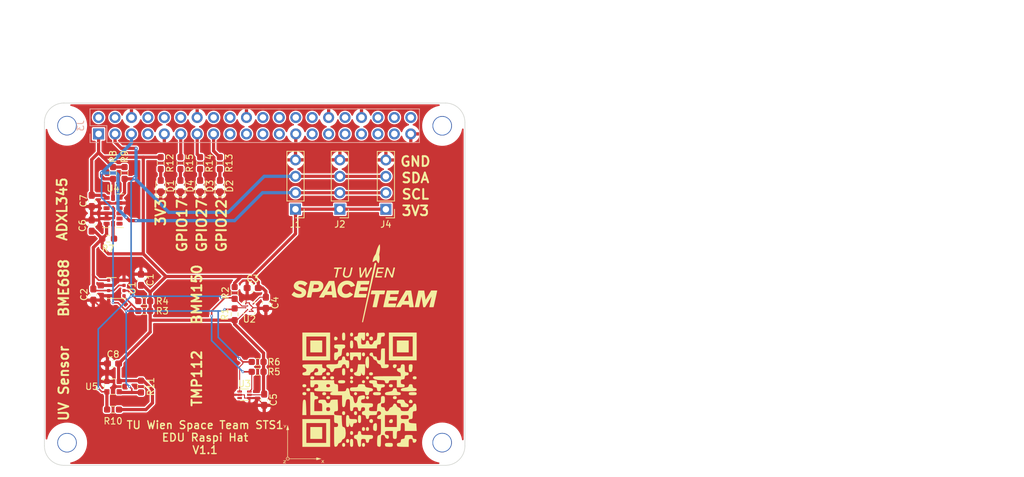
<source format=kicad_pcb>
(kicad_pcb (version 20211014) (generator pcbnew)
  (layers (0 "F.Cu" signal) (1 "In1.Cu" signal) (2 "In2.Cu" signal) (31 "B.Cu" signal) (34 "B.Paste" user) (35 "F.Paste" user) (36 "B.SilkS" user "B.Silkscreen") (37 "F.SilkS" user "F.Silkscreen") (38 "B.Mask" user) (39 "F.Mask" user) (44 "Edge.Cuts" user))
  (net 0 "")
  (net 1 "GND")
  (net 2 "3V3")
  (net 7 "Net-(D1-Pad2)")
  (net 9 "Net-(D2-Pad2)")
  (net 10 "Net-(D3-Pad2)")
  (net 29 "CM_SDA0")
  (net 31 "CM_SCL0")
  (net 34 "Net-(R7-Pad2)")
  (net 40 "Net-(D4-Pad2)")
  (net 41 "GPIO22")
  (net 42 "GPIO27")
  (net 43 "GPIO17")
  (footprint "project_footprints:NPTH_3mm_ID" (layer "F.Cu") (at 82.04 64.31)
    (fp_text reference "H1" (at 0.06 0.09) (layer "F.SilkS"))
    (fp_text value "3mm_Mounting_Hole" hide)
    (pad "" np_thru_hole circle locked (at 0 0) (size 3 3) (drill 2.75) (layers *.Cu *.Mask) (clearance 1.6))
  )
  (footprint "project_footprints:NPTH_3mm_ID" (layer "F.Cu") (at 140.04 64.33)
    (fp_text reference "H2" (at 0.06 0.09) (layer "F.SilkS"))
    (fp_text value "3mm_Mounting_Hole" hide)
    (pad "" np_thru_hole circle locked (at 0 0) (size 3 3) (drill 2.75) (layers *.Cu *.Mask) (clearance 1.6))
  )
  (footprint "project_footprints:NPTH_3mm_ID" (layer "F.Cu") (at 82.04 113.32)
    (fp_text reference "H3" (at 0.06 0.09) (layer "F.SilkS"))
    (fp_text value "3mm_Mounting_Hole" hide)
    (pad "" np_thru_hole circle locked (at 0 0) (size 3 3) (drill 2.75) (layers *.Cu *.Mask) (clearance 1.6))
  )
  (footprint "project_footprints:NPTH_3mm_ID" (layer "F.Cu") (at 140.03 113.31)
    (fp_text reference "H4" (at 0.06 0.09) (layer "F.SilkS"))
    (fp_text value "3mm_Mounting_Hole" hide)
    (pad "" np_thru_hole circle locked (at 0 0) (size 3 3) (drill 2.75) (layers *.Cu *.Mask) (clearance 1.6))
  )
  (footprint "Resistor_SMD:R_0603_1608Metric_Pad0.98x0.95mm_HandSolder" (layer "F.Cu") (at 107.95 93.472 -90)
    (fp_text reference "R1" (at 0 1.524 90) (layer "F.SilkS"))
    (fp_text value "4k7")
    (pad "1" smd roundrect (at -0.9125 0 270) (size 0.975 0.95) (layers "F.Cu" "F.Paste" "F.Mask") (net 31 "CM_SCL0"))
    (pad "2" smd roundrect (at 0.9125 0 270) (size 0.975 0.95) (layers "F.Cu" "F.Paste" "F.Mask") (net 2 "3V3"))
  )
  (footprint "Resistor_SMD:R_0603_1608Metric_Pad0.98x0.95mm_HandSolder" (layer "F.Cu") (at 96.52 70.104 -90)
    (fp_text reference "R12" (at 0 -1.43 90) (layer "F.SilkS"))
    (fp_text value "1k")
    (pad "1" smd roundrect (at -0.9125 0 270) (size 0.975 0.95) (layers "F.Cu" "F.Paste" "F.Mask") (net 2 "3V3"))
    (pad "2" smd roundrect (at 0.9125 0 270) (size 0.975 0.95) (layers "F.Cu" "F.Paste" "F.Mask") (net 7 "Net-(D1-Pad2)"))
  )
  (footprint "Resistor_SMD:R_0603_1608Metric_Pad0.98x0.95mm_HandSolder" (layer "F.Cu") (at 111.506 102.362)
    (fp_text reference "R5" (at 2.54 0) (layer "F.SilkS"))
    (fp_text value "5k")
    (pad "1" smd roundrect (at -0.9125 0) (size 0.975 0.95) (layers "F.Cu" "F.Paste" "F.Mask") (net 29 "CM_SDA0"))
    (pad "2" smd roundrect (at 0.9125 0) (size 0.975 0.95) (layers "F.Cu" "F.Paste" "F.Mask") (net 2 "3V3"))
  )
  (footprint "LED_SMD:LED_0603_1608Metric_Pad1.05x0.95mm_HandSolder" (layer "F.Cu") (at 102.616 73.66 90)
    (fp_text reference "D3" (at 0 1.524 90) (layer "F.SilkS"))
    (fp_text value "LED")
    (pad "1" smd roundrect (at -0.875 0 90) (size 1.05 0.95) (layers "F.Cu" "F.Paste" "F.Mask") (net 1 "GND"))
    (pad "2" smd roundrect (at 0.875 0 90) (size 1.05 0.95) (layers "F.Cu" "F.Paste" "F.Mask") (net 10 "Net-(D3-Pad2)"))
  )
  (footprint "Package_LGA:Bosch_LGA-8_3x3mm_P0.8mm_ClockwisePinNumbering" (layer "F.Cu") (at 89.662 89.408 -90)
    (fp_text reference "U1" (at 0 -2.45 90) (layer "F.SilkS"))
    (fp_text value "BME688")
    (pad "1" smd roundrect (at -1.2 -1.1875 270) (size 0.5 0.525) (layers "F.Cu" "F.Paste" "F.Mask") (net 1 "GND"))
    (pad "2" smd roundrect (at -0.4 -1.1875 270) (size 0.5 0.525) (layers "F.Cu" "F.Paste" "F.Mask") (net 2 "3V3"))
    (pad "3" smd roundrect (at 0.4 -1.1875 270) (size 0.5 0.525) (layers "F.Cu" "F.Paste" "F.Mask") (net 29 "CM_SDA0"))
    (pad "4" smd roundrect (at 1.2 -1.1875 270) (size 0.5 0.525) (layers "F.Cu" "F.Paste" "F.Mask") (net 31 "CM_SCL0"))
    (pad "5" smd roundrect (at 1.2 1.1875 270) (size 0.5 0.525) (layers "F.Cu" "F.Paste" "F.Mask") (net 1 "GND"))
    (pad "6" smd roundrect (at 0.4 1.1875 270) (size 0.5 0.525) (layers "F.Cu" "F.Paste" "F.Mask") (net 2 "3V3"))
    (pad "7" smd roundrect (at -0.4 1.1875 270) (size 0.5 0.525) (layers "F.Cu" "F.Paste" "F.Mask") (net 1 "GND"))
    (pad "8" smd roundrect (at -1.2 1.1875 270) (size 0.5 0.525) (layers "F.Cu" "F.Paste" "F.Mask") (net 2 "3V3"))
  )
  (footprint "Capacitor_SMD:C_0603_1608Metric_Pad1.08x0.95mm_HandSolder" (layer "F.Cu") (at 85.852 79.756 90)
    (fp_text reference "C6" (at 0 -1.43 90) (layer "F.SilkS"))
    (fp_text value "0.1µF")
    (pad "1" smd roundrect (at -0.8625 0 90) (size 1.075 0.95) (layers "F.Cu" "F.Paste" "F.Mask") (net 2 "3V3"))
    (pad "2" smd roundrect (at 0.8625 0 90) (size 1.075 0.95) (layers "F.Cu" "F.Paste" "F.Mask") (net 1 "GND"))
  )
  (footprint "LED_SMD:LED_0603_1608Metric_Pad1.05x0.95mm_HandSolder" (layer "F.Cu") (at 105.664 73.66 90)
    (fp_text reference "D2" (at 0 1.524 90) (layer "F.SilkS"))
    (fp_text value "LED")
    (pad "1" smd roundrect (at -0.875 0 90) (size 1.05 0.95) (layers "F.Cu" "F.Paste" "F.Mask") (net 1 "GND"))
    (pad "2" smd roundrect (at 0.875 0 90) (size 1.05 0.95) (layers "F.Cu" "F.Paste" "F.Mask") (net 9 "Net-(D2-Pad2)"))
  )
  (footprint "Resistor_SMD:R_0603_1608Metric_Pad0.98x0.95mm_HandSolder" (layer "F.Cu") (at 102.616 70.104 -90)
    (fp_text reference "R14" (at 0 -1.43 90) (layer "F.SilkS"))
    (fp_text value "1k")
    (pad "1" smd roundrect (at -0.9125 0 270) (size 0.975 0.95) (layers "F.Cu" "F.Paste" "F.Mask") (net 42 "GPIO27"))
    (pad "2" smd roundrect (at 0.9125 0 270) (size 0.975 0.95) (layers "F.Cu" "F.Paste" "F.Mask") (net 10 "Net-(D3-Pad2)"))
  )
  (footprint "project_footprints:Logo_mod" (layer "F.Cu") (at 128.016 88.646)
    (fp_text reference "G***" hide)
    (fp_text value "LOGO" hide)
  )
  (footprint "Connector_PinHeader_2.54mm:PinHeader_1x04_P2.54mm_Vertical" (layer "F.Cu") (at 117.358 77.226 180)
    (fp_text reference "J1" (at 0 -2.33) (layer "F.SilkS"))
    (fp_text value "Conn_01x04")
    (pad "1" thru_hole rect (at 0 0 180) (size 1.7 1.7) (drill 1) (layers *.Cu *.Mask) (net 2 "3V3"))
    (pad "2" thru_hole oval (at 0 2.54 180) (size 1.7 1.7) (drill 1) (layers *.Cu *.Mask) (net 31 "CM_SCL0"))
    (pad "3" thru_hole oval (at 0 5.08 180) (size 1.7 1.7) (drill 1) (layers *.Cu *.Mask) (net 29 "CM_SDA0"))
    (pad "4" thru_hole oval (at 0 7.62 180) (size 1.7 1.7) (drill 1) (layers *.Cu *.Mask) (net 1 "GND"))
  )
  (footprint "Resistor_SMD:R_0603_1608Metric_Pad0.98x0.95mm_HandSolder" (layer "F.Cu") (at 89.154 108.204)
    (fp_text reference "R10" (at 0 1.778) (layer "F.SilkS"))
    (fp_text value "4k7")
    (pad "1" smd roundrect (at -0.9125 0) (size 0.975 0.95) (layers "F.Cu" "F.Paste" "F.Mask") (net 29 "CM_SDA0"))
    (pad "2" smd roundrect (at 0.9125 0) (size 0.975 0.95) (layers "F.Cu" "F.Paste" "F.Mask") (net 2 "3V3"))
  )
  (footprint "Resistor_SMD:R_0603_1608Metric_Pad0.98x0.95mm_HandSolder" (layer "F.Cu") (at 93.98 91.44)
    (fp_text reference "R4" (at 2.794 0) (layer "F.SilkS"))
    (fp_text value "5k")
    (pad "1" smd roundrect (at -0.9125 0) (size 0.975 0.95) (layers "F.Cu" "F.Paste" "F.Mask") (net 29 "CM_SDA0"))
    (pad "2" smd roundrect (at 0.9125 0) (size 0.975 0.95) (layers "F.Cu" "F.Paste" "F.Mask") (net 2 "3V3"))
  )
  (footprint "Capacitor_SMD:C_0603_1608Metric_Pad1.08x0.95mm_HandSolder" (layer "F.Cu") (at 89.154 101.092)
    (fp_text reference "C8" (at 0 -1.43) (layer "F.SilkS"))
    (fp_text value "1uF")
    (pad "1" smd roundrect (at -0.8625 0) (size 1.075 0.95) (layers "F.Cu" "F.Paste" "F.Mask") (net 1 "GND"))
    (pad "2" smd roundrect (at 0.8625 0) (size 1.075 0.95) (layers "F.Cu" "F.Paste" "F.Mask") (net 2 "3V3"))
  )
  (footprint "Resistor_SMD:R_0603_1608Metric_Pad0.98x0.95mm_HandSolder" (layer "F.Cu") (at 99.568 70.104 -90)
    (fp_text reference "R15" (at 0 -1.43 90) (layer "F.SilkS"))
    (fp_text value "1k")
    (pad "1" smd roundrect (at -0.9125 0 270) (size 0.975 0.95) (layers "F.Cu" "F.Paste" "F.Mask") (net 43 "GPIO17"))
    (pad "2" smd roundrect (at 0.9125 0 270) (size 0.975 0.95) (layers "F.Cu" "F.Paste" "F.Mask") (net 40 "Net-(D4-Pad2)"))
  )
  (footprint "Package_LGA:LGA-14_3x5mm_P0.8mm_LayoutBorder1x6y" (layer "F.Cu") (at 89.154 77.47)
    (fp_text reference "U4" (at 0 -3.45) (layer "F.SilkS"))
    (fp_text value "ADXL345BCCZ-RL")
    (pad "1" smd roundrect (at -1 -2) (size 0.95 0.6) (layers "F.Cu" "F.Paste" "F.Mask") (net 2 "3V3"))
    (pad "2" smd roundrect (at -1 -1.2) (size 0.95 0.6) (layers "F.Cu" "F.Paste" "F.Mask") (net 1 "GND"))
    (pad "3" smd roundrect (at -1 -0.4) (size 0.95 0.6) (layers "F.Cu" "F.Paste" "F.Mask"))
    (pad "4" smd roundrect (at -1 0.4) (size 0.95 0.6) (layers "F.Cu" "F.Paste" "F.Mask") (net 1 "GND"))
    (pad "5" smd roundrect (at -1 1.2) (size 0.95 0.6) (layers "F.Cu" "F.Paste" "F.Mask") (net 1 "GND"))
    (pad "6" smd roundrect (at -1 2) (size 0.95 0.6) (layers "F.Cu" "F.Paste" "F.Mask") (net 2 "3V3"))
    (pad "7" smd roundrect (at 0 2) (size 0.6 0.95) (layers "F.Cu" "F.Paste" "F.Mask") (net 34 "Net-(R7-Pad2)"))
    (pad "8" smd roundrect (at 1 2) (size 0.95 0.6) (layers "F.Cu" "F.Paste" "F.Mask"))
    (pad "9" smd roundrect (at 1 1.2) (size 0.95 0.6) (layers "F.Cu" "F.Paste" "F.Mask"))
    (pad "10" smd roundrect (at 1 0.4) (size 0.95 0.6) (layers "F.Cu" "F.Paste" "F.Mask"))
    (pad "11" smd roundrect (at 1 -0.4) (size 0.95 0.6) (layers "F.Cu" "F.Paste" "F.Mask"))
    (pad "12" smd roundrect (at 1 -1.2) (size 0.95 0.6) (layers "F.Cu" "F.Paste" "F.Mask") (net 1 "GND"))
    (pad "13" smd roundrect (at 1 -2) (size 0.95 0.6) (layers "F.Cu" "F.Paste" "F.Mask") (net 29 "CM_SDA0"))
    (pad "14" smd roundrect (at 0 -2) (size 0.6 0.95) (layers "F.Cu" "F.Paste" "F.Mask") (net 31 "CM_SCL0"))
  )
  (footprint "Capacitor_SMD:C_0603_1608Metric_Pad1.08x0.95mm_HandSolder" (layer "F.Cu") (at 85.852 75.946 -90)
    (fp_text reference "C7" (at 0 1.27 90) (layer "F.SilkS"))
    (fp_text value "1µF")
    (pad "1" smd roundrect (at -0.8625 0 270) (size 1.075 0.95) (layers "F.Cu" "F.Paste" "F.Mask") (net 2 "3V3"))
    (pad "2" smd roundrect (at 0.8625 0 270) (size 1.075 0.95) (layers "F.Cu" "F.Paste" "F.Mask") (net 1 "GND"))
  )
  (footprint "Resistor_SMD:R_0603_1608Metric_Pad0.98x0.95mm_HandSolder" (layer "F.Cu") (at 88.392 81.788)
    (fp_text reference "R7" (at 0 1.524) (layer "F.SilkS"))
    (fp_text value "5k")
    (pad "1" smd roundrect (at -0.9125 0) (size 0.975 0.95) (layers "F.Cu" "F.Paste" "F.Mask") (net 2 "3V3"))
    (pad "2" smd roundrect (at 0.9125 0) (size 0.975 0.95) (layers "F.Cu" "F.Paste" "F.Mask") (net 34 "Net-(R7-Pad2)"))
  )
  (footprint "Resistor_SMD:R_0603_1608Metric_Pad0.98x0.95mm_HandSolder" (layer "F.Cu") (at 107.95 90.17 90)
    (fp_text reference "R2" (at 0 -1.43 90) (layer "F.SilkS"))
    (fp_text value "4k7")
    (pad "1" smd roundrect (at -0.9125 0 90) (size 0.975 0.95) (layers "F.Cu" "F.Paste" "F.Mask") (net 29 "CM_SDA0"))
    (pad "2" smd roundrect (at 0.9125 0 90) (size 0.975 0.95) (layers "F.Cu" "F.Paste" "F.Mask") (net 2 "3V3"))
  )
  (footprint "Package_TO_SOT_SMD:SOT-563" (layer "F.Cu") (at 109.474 105.918)
    (fp_text reference "U3" (at 0 -1.7) (layer "F.SilkS"))
    (fp_text value "TMP112AIDRLT")
    (pad "1" smd rect (at -0.75 -0.5) (size 0.7 0.34) (layers "F.Cu" "F.Paste" "F.Mask") (net 31 "CM_SCL0"))
    (pad "2" smd rect (at -0.75 0) (size 0.7 0.34) (layers "F.Cu" "F.Paste" "F.Mask") (net 1 "GND"))
    (pad "3" smd rect (at -0.75 0.5) (size 0.7 0.34) (layers "F.Cu" "F.Paste" "F.Mask"))
    (pad "4" smd rect (at 0.75 0.5) (size 0.7 0.34) (layers "F.Cu" "F.Paste" "F.Mask") (net 1 "GND"))
    (pad "5" smd rect (at 0.75 0) (size 0.7 0.34) (layers "F.Cu" "F.Paste" "F.Mask") (net 2 "3V3"))
    (pad "6" smd rect (at 0.75 -0.5) (size 0.7 0.34) (layers "F.Cu" "F.Paste" "F.Mask") (net 29 "CM_SDA0"))
  )
  (footprint "Resistor_SMD:R_0603_1608Metric_Pad0.98x0.95mm_HandSolder" (layer "F.Cu") (at 90.932 71.628 -90)
    (fp_text reference "R9" (at -2.54 0 90) (layer "F.SilkS"))
    (fp_text value "5k")
    (pad "1" smd roundrect (at -0.9125 0 270) (size 0.975 0.95) (layers "F.Cu" "F.Paste" "F.Mask") (net 2 "3V3"))
    (pad "2" smd roundrect (at 0.9125 0 270) (size 0.975 0.95) (layers "F.Cu" "F.Paste" "F.Mask") (net 29 "CM_SDA0"))
  )
  (footprint "Capacitor_SMD:C_0603_1608Metric_Pad1.08x0.95mm_HandSolder" (layer "F.Cu") (at 86.106 90.424 90)
    (fp_text reference "C2" (at 0 -1.43 90) (layer "F.SilkS"))
    (fp_text value "100nF")
    (pad "1" smd roundrect (at -0.8625 0 90) (size 1.075 0.95) (layers "F.Cu" "F.Paste" "F.Mask") (net 1 "GND"))
    (pad "2" smd roundrect (at 0.8625 0 90) (size 1.075 0.95) (layers "F.Cu" "F.Paste" "F.Mask") (net 2 "3V3"))
  )
  (footprint "Package_CSP:WLCSP-12_1.56x1.56mm_P0.4mm" (layer "F.Cu") (at 110.236 92.456 90)
    (fp_text reference "U2" (at -1.778 0 180) (layer "F.SilkS"))
    (fp_text value "BMM150")
    (pad "A1" smd circle (at -0.566 -0.566 90) (size 0.2 0.2) (layers "F.Cu" "F.Paste" "F.Mask") (net 2 "3V3"))
    (pad "A3" smd circle (at 0 -0.566 90) (size 0.2 0.2) (layers "F.Cu" "F.Paste" "F.Mask") (net 31 "CM_SCL0"))
    (pad "A5" smd circle (at 0.566 -0.566 90) (size 0.2 0.2) (layers "F.Cu" "F.Paste" "F.Mask") (net 1 "GND"))
    (pad "B2" smd circle (at -0.283 -0.283 90) (size 0.2 0.2) (layers "F.Cu" "F.Paste" "F.Mask") (net 2 "3V3"))
    (pad "B4" smd circle (at 0.283 -0.283 90) (size 0.2 0.2) (layers "F.Cu" "F.Paste" "F.Mask") (net 29 "CM_SDA0"))
    (pad "C1" smd circle (at -0.566 0 90) (size 0.2 0.2) (layers "F.Cu" "F.Paste" "F.Mask") (net 1 "GND"))
    (pad "C5" smd circle (at 0.566 0 90) (size 0.2 0.2) (layers "F.Cu" "F.Paste" "F.Mask") (net 1 "GND"))
    (pad "D2" smd circle (at -0.283 0.283 90) (size 0.2 0.2) (layers "F.Cu" "F.Paste" "F.Mask") (net 1 "GND"))
    (pad "D4" smd circle (at 0.283 0.283 90) (size 0.2 0.2) (layers "F.Cu" "F.Paste" "F.Mask") (net 1 "GND"))
    (pad "E1" smd circle (at -0.566 0.566 90) (size 0.2 0.2) (layers "F.Cu" "F.Paste" "F.Mask") (net 1 "GND"))
    (pad "E3" smd circle (at 0 0.566 90) (size 0.2 0.2) (layers "F.Cu" "F.Paste" "F.Mask") (net 1 "GND"))
    (pad "E5" smd circle (at 0.566 0.566 90) (size 0.2 0.2) (layers "F.Cu" "F.Paste" "F.Mask") (net 2 "3V3"))
  )
  (footprint "project_footprints:QRNeu__mod" (layer "F.Cu") (at 127.254 104.394)
    (fp_text reference "G***" hide)
    (fp_text value "LOGO" hide)
  )
  (footprint "LED_SMD:LED_0603_1608Metric_Pad1.05x0.95mm_HandSolder" (layer "F.Cu") (at 96.52 73.66 90)
    (fp_text reference "D1" (at 0 1.524 90) (layer "F.SilkS"))
    (fp_text value "LED")
    (pad "1" smd roundrect (at -0.875 0 90) (size 1.05 0.95) (layers "F.Cu" "F.Paste" "F.Mask") (net 1 "GND"))
    (pad "2" smd roundrect (at 0.875 0 90) (size 1.05 0.95) (layers "F.Cu" "F.Paste" "F.Mask") (net 7 "Net-(D1-Pad2)"))
  )
  (footprint "Resistor_SMD:R_0603_1608Metric_Pad0.98x0.95mm_HandSolder" (layer "F.Cu") (at 111.506 100.838)
    (fp_text reference "R6" (at 2.54 0) (layer "F.SilkS"))
    (fp_text value "5k")
    (pad "1" smd roundrect (at -0.9125 0) (size 0.975 0.95) (layers "F.Cu" "F.Paste" "F.Mask") (net 31 "CM_SCL0"))
    (pad "2" smd roundrect (at 0.9125 0) (size 0.975 0.95) (layers "F.Cu" "F.Paste" "F.Mask") (net 2 "3V3"))
  )
  (footprint "Resistor_SMD:R_0603_1608Metric_Pad0.98x0.95mm_HandSolder" (layer "F.Cu") (at 105.664 70.104 -90)
    (fp_text reference "R13" (at 0 -1.43 90) (layer "F.SilkS"))
    (fp_text value "1k")
    (pad "1" smd roundrect (at -0.9125 0 270) (size 0.975 0.95) (layers "F.Cu" "F.Paste" "F.Mask") (net 41 "GPIO22"))
    (pad "2" smd roundrect (at 0.9125 0 270) (size 0.975 0.95) (layers "F.Cu" "F.Paste" "F.Mask") (net 9 "Net-(D2-Pad2)"))
  )
  (footprint "Capacitor_SMD:C_0603_1608Metric_Pad1.08x0.95mm_HandSolder" (layer "F.Cu") (at 110.744 89.408)
    (fp_text reference "C3" (at 0 -1.43) (layer "F.SilkS"))
    (fp_text value "100nF")
    (pad "1" smd roundrect (at -0.8625 0) (size 1.075 0.95) (layers "F.Cu" "F.Paste" "F.Mask") (net 1 "GND"))
    (pad "2" smd roundrect (at 0.8625 0) (size 1.075 0.95) (layers "F.Cu" "F.Paste" "F.Mask") (net 2 "3V3"))
  )
  (footprint "Resistor_SMD:R_0603_1608Metric_Pad0.98x0.95mm_HandSolder" (layer "F.Cu") (at 93.472 104.648 90)
    (fp_text reference "R11" (at 0 1.524 90) (layer "F.SilkS"))
    (fp_text value "4k7")
    (pad "1" smd roundrect (at -0.9125 0 90) (size 0.975 0.95) (layers "F.Cu" "F.Paste" "F.Mask") (net 31 "CM_SCL0"))
    (pad "2" smd roundrect (at 0.9125 0 90) (size 0.975 0.95) (layers "F.Cu" "F.Paste" "F.Mask") (net 2 "3V3"))
  )
  (footprint "Connector_PinHeader_2.54mm:PinHeader_1x04_P2.54mm_Vertical" (layer "F.Cu") (at 131.328 77.236 180)
    (fp_text reference "J4" (at 0 -2.33) (layer "F.SilkS"))
    (fp_text value "Conn_01x04")
    (pad "1" thru_hole rect (at 0 0 180) (size 1.7 1.7) (drill 1) (layers *.Cu *.Mask) (net 2 "3V3"))
    (pad "2" thru_hole oval (at 0 2.54 180) (size 1.7 1.7) (drill 1) (layers *.Cu *.Mask) (net 31 "CM_SCL0"))
    (pad "3" thru_hole oval (at 0 5.08 180) (size 1.7 1.7) (drill 1) (layers *.Cu *.Mask) (net 29 "CM_SDA0"))
    (pad "4" thru_hole oval (at 0 7.62 180) (size 1.7 1.7) (drill 1) (layers *.Cu *.Mask) (net 1 "GND"))
  )
  (footprint "LED_SMD:LED_0603_1608Metric_Pad1.05x0.95mm_HandSolder" (layer "F.Cu") (at 99.568 73.66 90)
    (fp_text reference "D4" (at 0 1.524 90) (layer "F.SilkS"))
    (fp_text value "LED")
    (pad "1" smd roundrect (at -0.875 0 90) (size 1.05 0.95) (layers "F.Cu" "F.Paste" "F.Mask") (net 1 "GND"))
    (pad "2" smd roundrect (at 0.875 0 90) (size 1.05 0.95) (layers "F.Cu" "F.Paste" "F.Mask") (net 40 "Net-(D4-Pad2)"))
  )
  (footprint "Library_guva-c32sm:OLGA 2mm x 2,3mm" (layer "F.Cu") (at 89.154 104.648)
    (fp_text reference "U5" (at -3.302 0 unlocked) (layer "F.SilkS"))
    (fp_text value "GUVA-C32SM")
    (pad "1" smd roundrect (at -0.95 -0.8 180) (size 0.8 0.8) (layers "F.Cu" "F.Paste" "F.Mask") (roundrect_rratio 0.125) (net 1 "GND"))
    (pad "2" smd roundrect (at -0.95 0.8 180) (size 0.8 0.8) (layers "F.Cu" "F.Paste" "F.Mask") (roundrect_rratio 0.125) (net 29 "CM_SDA0"))
    (pad "3" smd roundrect (at 0.95 0.8 180) (size 0.8 0.8) (layers "F.Cu" "F.Paste" "F.Mask") (roundrect_rratio 0.125) (net 31 "CM_SCL0"))
    (pad "4" smd roundrect (at 0.95 -0.8 180) (size 0.8 0.8) (layers "F.Cu" "F.Paste" "F.Mask") (roundrect_rratio 0.125) (net 2 "3V3"))
  )
  (footprint "Capacitor_SMD:C_0603_1608Metric_Pad1.08x0.95mm_HandSolder" (layer "F.Cu") (at 112.522 106.68 -90)
    (fp_text reference "C5" (at 0 -1.43 90) (layer "F.SilkS"))
    (fp_text value "0.01µF")
    (pad "1" smd roundrect (at -0.8625 0 270) (size 1.075 0.95) (layers "F.Cu" "F.Paste" "F.Mask") (net 2 "3V3"))
    (pad "2" smd roundrect (at 0.8625 0 270) (size 1.075 0.95) (layers "F.Cu" "F.Paste" "F.Mask") (net 1 "GND"))
  )
  (footprint "STS:Coordinates" (layer "F.Cu") (at 118.618 113.538)
    (fp_text reference "U1" hide)
    (fp_text value "coordinate_system" hide)
  )
  (footprint "Connector_PinHeader_2.54mm:PinHeader_1x04_P2.54mm_Vertical" (layer "F.Cu") (at 124.216 77.226 180)
    (fp_text reference "J2" (at 0 -2.33) (layer "F.SilkS"))
    (fp_text value "Conn_01x04")
    (pad "1" thru_hole rect (at 0 0 180) (size 1.7 1.7) (drill 1) (layers *.Cu *.Mask) (net 2 "3V3"))
    (pad "2" thru_hole oval (at 0 2.54 180) (size 1.7 1.7) (drill 1) (layers *.Cu *.Mask) (net 31 "CM_SCL0"))
    (pad "3" thru_hole oval (at 0 5.08 180) (size 1.7 1.7) (drill 1) (layers *.Cu *.Mask) (net 29 "CM_SDA0"))
    (pad "4" thru_hole oval (at 0 7.62 180) (size 1.7 1.7) (drill 1) (layers *.Cu *.Mask) (net 1 "GND"))
  )
  (footprint "Resistor_SMD:R_0603_1608Metric_Pad0.98x0.95mm_HandSolder" (layer "F.Cu") (at 89.154 71.628 -90)
    (fp_text reference "R8" (at -2.54 0 90) (layer "F.SilkS"))
    (fp_text value "5k")
    (pad "1" smd roundrect (at -0.9125 0 270) (size 0.975 0.95) (layers "F.Cu" "F.Paste" "F.Mask") (net 2 "3V3"))
    (pad "2" smd roundrect (at 0.9125 0 270) (size 0.975 0.95) (layers "F.Cu" "F.Paste" "F.Mask") (net 31 "CM_SCL0"))
  )
  (footprint "Capacitor_SMD:C_0603_1608Metric_Pad1.08x0.95mm_HandSolder" (layer "F.Cu") (at 112.776 91.694 -90)
    (fp_text reference "C4" (at 0 -1.43 90) (layer "F.SilkS"))
    (fp_text value "100nF")
    (pad "1" smd roundrect (at -0.8625 0 270) (size 1.075 0.95) (layers "F.Cu" "F.Paste" "F.Mask") (net 2 "3V3"))
    (pad "2" smd roundrect (at 0.8625 0 270) (size 1.075 0.95) (layers "F.Cu" "F.Paste" "F.Mask") (net 1 "GND"))
  )
  (footprint "Capacitor_SMD:C_0603_1608Metric_Pad1.08x0.95mm_HandSolder" (layer "F.Cu") (at 93.472 88.138 -90)
    (fp_text reference "C1" (at 0 -1.43 90) (layer "F.SilkS"))
    (fp_text value "100nF")
    (pad "1" smd roundrect (at -0.8625 0 270) (size 1.075 0.95) (layers "F.Cu" "F.Paste" "F.Mask") (net 1 "GND"))
    (pad "2" smd roundrect (at 0.8625 0 270) (size 1.075 0.95) (layers "F.Cu" "F.Paste" "F.Mask") (net 2 "3V3"))
  )
  (footprint "Resistor_SMD:R_0603_1608Metric_Pad0.98x0.95mm_HandSolder" (layer "F.Cu") (at 93.98 92.964)
    (fp_text reference "R3" (at 2.794 0) (layer "F.SilkS"))
    (fp_text value "5k")
    (pad "1" smd roundrect (at -0.9125 0) (size 0.975 0.95) (layers "F.Cu" "F.Paste" "F.Mask") (net 31 "CM_SCL0"))
    (pad "2" smd roundrect (at 0.9125 0) (size 0.975 0.95) (layers "F.Cu" "F.Paste" "F.Mask") (net 2 "3V3"))
  )
  (footprint "Connector_PinSocket_2.54mm:PinSocket_2x20_P2.54mm_Vertical" (layer "B.Cu") (at 86.92 65.59 -90)
    (fp_text reference "J3" (at -1.27 2.77 -90) (layer "B.SilkS") (effects (justify mirror)))
    (fp_text value "40HAT")
    (pad "1" thru_hole rect locked (at 0 0 270) (size 1.7 1.7) (drill 1) (layers *.Cu *.Mask) (net 2 "3V3"))
    (pad "2" thru_hole oval locked (at -2.54 0 270) (size 1.7 1.7) (drill 1) (layers *.Cu *.Mask))
    (pad "3" thru_hole oval locked (at 0 -2.54 270) (size 1.7 1.7) (drill 1) (layers *.Cu *.Mask) (net 29 "CM_SDA0"))
    (pad "4" thru_hole oval locked (at -2.54 -2.54 270) (size 1.7 1.7) (drill 1) (layers *.Cu *.Mask))
    (pad "5" thru_hole oval locked (at 0 -5.08 270) (size 1.7 1.7) (drill 1) (layers *.Cu *.Mask) (net 31 "CM_SCL0"))
    (pad "6" thru_hole oval locked (at -2.54 -5.08 270) (size 1.7 1.7) (drill 1) (layers *.Cu *.Mask) (net 1 "GND"))
    (pad "7" thru_hole oval locked (at 0 -7.62 270) (size 1.7 1.7) (drill 1) (layers *.Cu *.Mask))
    (pad "8" thru_hole oval locked (at -2.54 -7.62 270) (size 1.7 1.7) (drill 1) (layers *.Cu *.Mask))
    (pad "9" thru_hole oval locked (at 0 -10.16 270) (size 1.7 1.7) (drill 1) (layers *.Cu *.Mask) (net 1 "GND"))
    (pad "10" thru_hole oval locked (at -2.54 -10.16 270) (size 1.7 1.7) (drill 1) (layers *.Cu *.Mask))
    (pad "11" thru_hole oval locked (at 0 -12.7 270) (size 1.7 1.7) (drill 1) (layers *.Cu *.Mask) (net 43 "GPIO17"))
    (pad "12" thru_hole oval locked (at -2.54 -12.7 270) (size 1.7 1.7) (drill 1) (layers *.Cu *.Mask))
    (pad "13" thru_hole oval locked (at 0 -15.24 270) (size 1.7 1.7) (drill 1) (layers *.Cu *.Mask) (net 42 "GPIO27"))
    (pad "14" thru_hole oval locked (at -2.54 -15.24 270) (size 1.7 1.7) (drill 1) (layers *.Cu *.Mask) (net 1 "GND"))
    (pad "15" thru_hole oval locked (at 0 -17.78 270) (size 1.7 1.7) (drill 1) (layers *.Cu *.Mask) (net 41 "GPIO22"))
    (pad "16" thru_hole oval locked (at -2.54 -17.78 270) (size 1.7 1.7) (drill 1) (layers *.Cu *.Mask))
    (pad "17" thru_hole oval locked (at 0 -20.32 270) (size 1.7 1.7) (drill 1) (layers *.Cu *.Mask))
    (pad "18" thru_hole oval locked (at -2.54 -20.32 270) (size 1.7 1.7) (drill 1) (layers *.Cu *.Mask))
    (pad "19" thru_hole oval locked (at 0 -22.86 270) (size 1.7 1.7) (drill 1) (layers *.Cu *.Mask))
    (pad "20" thru_hole oval locked (at -2.54 -22.86 270) (size 1.7 1.7) (drill 1) (layers *.Cu *.Mask) (net 1 "GND"))
    (pad "21" thru_hole oval locked (at 0 -25.4 270) (size 1.7 1.7) (drill 1) (layers *.Cu *.Mask))
    (pad "22" thru_hole oval locked (at -2.54 -25.4 270) (size 1.7 1.7) (drill 1) (layers *.Cu *.Mask))
    (pad "23" thru_hole oval locked (at 0 -27.94 270) (size 1.7 1.7) (drill 1) (layers *.Cu *.Mask))
    (pad "24" thru_hole oval locked (at -2.54 -27.94 270) (size 1.7 1.7) (drill 1) (layers *.Cu *.Mask))
    (pad "25" thru_hole oval locked (at 0 -30.48 270) (size 1.7 1.7) (drill 1) (layers *.Cu *.Mask) (net 1 "GND"))
    (pad "26" thru_hole oval locked (at -2.54 -30.48 270) (size 1.7 1.7) (drill 1) (layers *.Cu *.Mask))
    (pad "27" thru_hole oval locked (at 0 -33.02 270) (size 1.7 1.7) (drill 1) (layers *.Cu *.Mask))
    (pad "28" thru_hole oval locked (at -2.54 -33.02 270) (size 1.7 1.7) (drill 1) (layers *.Cu *.Mask))
    (pad "29" thru_hole oval locked (at 0 -35.56 270) (size 1.7 1.7) (drill 1) (layers *.Cu *.Mask))
    (pad "30" thru_hole oval locked (at -2.54 -35.56 270) (size 1.7 1.7) (drill 1) (layers *.Cu *.Mask) (net 1 "GND"))
    (pad "31" thru_hole oval locked (at 0 -38.1 270) (size 1.7 1.7) (drill 1) (layers *.Cu *.Mask))
    (pad "32" thru_hole oval locked (at -2.54 -38.1 270) (size 1.7 1.7) (drill 1) (layers *.Cu *.Mask))
    (pad "33" thru_hole oval locked (at 0 -40.64 270) (size 1.7 1.7) (drill 1) (layers *.Cu *.Mask))
    (pad "34" thru_hole oval locked (at -2.54 -40.64 270) (size 1.7 1.7) (drill 1) (layers *.Cu *.Mask) (net 1 "GND"))
    (pad "35" thru_hole oval locked (at 0 -43.18 270) (size 1.7 1.7) (drill 1) (layers *.Cu *.Mask))
    (pad "36" thru_hole oval locked (at -2.54 -43.18 270) (size 1.7 1.7) (drill 1) (layers *.Cu *.Mask))
    (pad "37" thru_hole oval locked (at 0 -45.72 270) (size 1.7 1.7) (drill 1) (layers *.Cu *.Mask))
    (pad "38" thru_hole oval locked (at -2.54 -45.72 270) (size 1.7 1.7) (drill 1) (layers *.Cu *.Mask))
    (pad "39" thru_hole oval locked (at 0 -48.26 270) (size 1.7 1.7) (drill 1) (layers *.Cu *.Mask) (net 1 "GND"))
    (pad "40" thru_hole oval locked (at -2.54 -48.26 270) (size 1.7 1.7) (drill 1) (layers *.Cu *.Mask))
  )
  (gr_line (start 143.546356 113.817611) (end 143.546356 63.817611) (layer "Edge.Cuts") (width 0.1))
  (gr_line (start 78.546356 63.817611) (end 78.546356 113.817611) (layer "Edge.Cuts") (width 0.1))
  (gr_arc (start 143.546351 113.822847) (mid 142.665824 115.940781) (end 140.546356 116.817611) (layer "Edge.Cuts") (width 0.1))
  (gr_line (start 140.546356 60.817611) (end 81.546356 60.817611) (layer "Edge.Cuts") (width 0.1))
  (gr_line (start 81.546356 116.817611) (end 140.546356 116.817611) (layer "Edge.Cuts") (width 0.1))
  (gr_arc (start 140.546356 60.817611) (mid 142.667676 61.696291) (end 143.546356 63.817611) (layer "Edge.Cuts") (width 0.1))
  (gr_arc (start 78.546356 63.817611) (mid 79.425036 61.696291) (end 81.546356 60.817611) (layer "Edge.Cuts") (width 0.1))
  (gr_arc (start 81.546356 116.817611) (mid 79.425036 115.938931) (end 78.546356 113.817611) (layer "Edge.Cuts") (width 0.1))
  (gr_text "ADXL345\n" (at 81.28 77.216 90) (layer "F.SilkS") (effects (font (size 1.5 1.5) (thickness 0.3))))
  (gr_text "TU Wien Space Team STS1\nEDU Raspi Hat\nV1.1" (at 103.378 112.522) (layer "F.SilkS") (effects (font (size 1.2 1.2) (thickness 0.2))))
  (gr_text "BME688\n" (at 81.534 89.408 90) (layer "F.SilkS") (effects (font (size 1.5 1.5) (thickness 0.3))))
  (gr_text "UV Sensor\n" (at 81.534 104.14 90) (layer "F.SilkS") (effects (font (size 1.5 1.5) (thickness 0.3))))
  (gr_text "GPIO27\n" (at 102.87 79.756 90) (layer "F.SilkS") (effects (font (size 1.5 1.5) (thickness 0.3))))
  (gr_text "TMP112\n" (at 102.108 103.378 90) (layer "F.SilkS") (effects (font (size 1.5 1.5) (thickness 0.3))))
  (gr_text "GPIO22\n" (at 105.918 79.756 90) (layer "F.SilkS") (effects (font (size 1.5 1.5) (thickness 0.3))))
  (gr_text "3V3\n" (at 96.52 77.724 90) (layer "F.SilkS") (effects (font (size 1.5 1.5) (thickness 0.3))))
  (gr_text "SCL" (at 135.89 74.93) (layer "F.SilkS") (effects (font (size 1.5 1.5) (thickness 0.3))))
  (gr_text "GPIO17\n" (at 99.822 79.756 90) (layer "F.SilkS") (effects (font (size 1.5 1.5) (thickness 0.3))))
  (gr_text "3V3\n" (at 135.89 77.47) (layer "F.SilkS") (effects (font (size 1.5 1.5) (thickness 0.3))))
  (gr_text "GND" (at 135.89 69.85) (layer "F.SilkS") (effects (font (size 1.5 1.5) (thickness 0.3))))
  (gr_text "BMM150\n" (at 102.108 90.424 90) (layer "F.SilkS") (effects (font (size 1.5 1.5) (thickness 0.3))))
  (gr_text "SDA" (at 135.89 72.39) (layer "F.SilkS") (effects (font (size 1.5 1.5) (thickness 0.3))))
  (segment (start 88.4745 89.008) (end 89.046 89.008) (width 0.25) (layer "F.Cu") (net 1))
  (segment (start 88.154 77.87) (end 85.998 77.87) (width 0.5) (layer "F.Cu") (net 1))
  (segment (start 89.846 88.208) (end 90.8495 88.208) (width 0.25) (layer "F.Cu") (net 1))
  (segment (start 109.474 105.918) (end 109.474 106.426) (width 0.15) (layer "F.Cu") (net 1))
  (segment (start 89.046 89.008) (end 89.846 88.208) (width 0.25) (layer "F.Cu") (net 1))
  (segment (start 110.802 92.456) (end 110.519 92.739) (width 0.15) (layer "F.Cu") (net 1))
  (segment (start 85.998 77.87) (end 85.852 77.724) (width 0.5) (layer "F.Cu") (net 1))
  (segment (start 88.154 76.27) (end 87.306 76.27) (width 0.5) (layer "F.Cu") (net 1))
  (segment (start 110.519 92.739) (end 110.802 93.022) (width 0.15) (layer "F.Cu") (net 1))
  (segment (start 109.728 91.694) (end 109.728 89.5615) (width 0.15) (layer "F.Cu") (net 1))
  (segment (start 110.802 92.456) (end 112.6755 92.456) (width 0.15) (layer "F.Cu") (net 1))
  (segment (start 88.204 103.848) (end 88.204 101.1795) (width 0.5) (layer "F.Cu") (net 1))
  (segment (start 110.216 106.426) (end 110.224 106.418) (width 0.15) (layer "F.Cu") (net 1))
  (segment (start 96.52 74.535) (end 99.568 74.535) (width 0.5) (layer "F.Cu") (net 1))
  (segment (start 110.236 91.694) (end 109.728 91.694) (width 0.15) (layer "F.Cu") (net 1))
  (segment (start 112.6755 92.456) (end 112.776 92.5565) (width 0.15) (layer "F.Cu") (net 1))
  (segment (start 109.67 91.752) (end 109.67 91.89) (width 0.15) (layer "F.Cu") (net 1))
  (segment (start 110.236 93.022) (end 110.802 93.022) (width 0.15) (layer "F.Cu") (net 1))
  (segment (start 109.474 106.426) (end 110.216 106.426) (width 0.15) (layer "F.Cu") (net 1))
  (segment (start 108.724 105.918) (end 109.474 105.918) (width 0.15) (layer "F.Cu") (net 1))
  (segment (start 111.3975 106.418) (end 112.522 107.5425) (width 0.15) (layer "F.Cu") (net 1))
  (segment (start 102.616 74.535) (end 99.568 74.535) (width 0.5) (layer "F.Cu") (net 1))
  (segment (start 88.2915 93.472) (end 88.2915 101.092) (width 0.25) (layer "F.Cu") (net 1))
  (segment (start 110.224 106.418) (end 111.3975 106.418) (width 0.15) (layer "F.Cu") (net 1))
  (segment (start 86.106 91.2865) (end 88.2915 93.472) (width 0.25) (layer "F.Cu") (net 1))
  (segment (start 88.154 78.67) (end 88.154 77.87) (width 0.5) (layer "F.Cu") (net 1))
  (segment (start 85.852 77.724) (end 85.852 78.8935) (width 0.5) (layer "F.Cu") (net 1))
  (segment (start 110.519 92.173) (end 110.802 92.456) (width 0.15) (layer "F.Cu") (net 1))
  (segment (start 124.216 69.606) (end 131.318 69.606) (width 0.5) (layer "F.Cu") (net 1))
  (segment (start 86.7675 76.8085) (end 85.852 76.8085) (width 0.5) (layer "F.Cu") (net 1))
  (segment (start 105.664 74.535) (end 102.616 74.535) (width 0.5) (layer "F.Cu") (net 1))
  (segment (start 131.318 69.606) (end 131.328 69.616) (width 0.5) (layer "F.Cu") (net 1))
  (segment (start 117.358 69.606) (end 124.216 69.606) (width 0.5) (layer "F.Cu") (net 1))
  (segment (start 110.519 92.173) (end 110.236 91.89) (width 0.15) (layer "F.Cu") (net 1))
  (segment (start 87.306 76.27) (end 86.7675 76.8085) (width 0.5) (layer "F.Cu") (net 1))
  (segment (start 109.728 91.694) (end 109.67 91.752) (width 0.15) (layer "F.Cu") (net 1))
  (segment (start 88.204 101.1795) (end 88.2915 101.092) (width 0.5) (layer "F.Cu") (net 1))
  (segment (start 109.728 89.5615) (end 109.8815 89.408) (width 0.15) (layer "F.Cu") (net 1))
  (segment (start 85.852 76.8085) (end 85.852 77.724) (width 0.5) (layer "F.Cu") (net 1))
  (segment (start 110.236 91.89) (end 110.236 91.694) (width 0.15) (layer "F.Cu") (net 1))
  (segment (start 88.4745 89.808) (end 89.262 89.808) (width 0.25) (layer "F.Cu") (net 2))
  (segment (start 124.216 77.226) (end 131.318 77.226) (width 0.5) (layer "F.Cu") (net 2))
  (segment (start 87.4795 81.788) (end 87.4795 83.1615) (width 0.5) (layer "F.Cu") (net 2))
  (segment (start 93.8295 69.1915) (end 87.63 69.1915) (width 0.5) (layer "F.Cu") (net 2))
  (segment (start 112.776 89.916) (end 112.776 90.8315) (width 0.5) (layer "F.Cu") (net 2))
  (segment (start 94.8925 90.0665) (end 97.329 87.63) (width 0.5) (layer "F.Cu") (net 2))
  (segment (start 94.8925 92.964) (end 94.8925 94.3375) (width 0.5) (layer "F.Cu") (net 2))
  (segment (start 86.31 80.6185) (end 87.4795 81.788) (width 0.5) (layer "F.Cu") (net 2))
  (segment (start 111.8605 90.8315) (end 112.776 90.8315) (width 0.15) (layer "F.Cu") (net 2))
  (segment (start 108.966 87.63) (end 110.744 87.63) (width 0.5) (layer "F.Cu") (net 2))
  (segment (start 93.8295 69.1915) (end 93.8295 84.1305) (width 0.5) (layer "F.Cu") (net 2))
  (segment (start 108.3075 94.3845) (end 107.95 94.3845) (width 0.15) (layer "F.Cu") (net 2))
  (segment (start 89.262 89.808) (end 90.062 89.008) (width 0.25) (layer "F.Cu") (net 2))
  (segment (start 94.9395 94.3845) (end 94.8925 94.3375) (width 0.5) (layer "F.Cu") (net 2))
  (segment (start 131.318 77.226) (end 131.328 77.236) (width 0.5) (layer "F.Cu") (net 2))
  (segment (start 93.472 103.7355) (end 90.2165 103.7355) (width 0.5) (layer "F.Cu") (net 2))
  (segment (start 117.358 77.226) (end 124.216 77.226) (width 0.5) (layer "F.Cu") (net 2))
  (segment (start 111.6065 88.4925) (end 111.6065 89.408) (width 0.5) (layer "F.Cu") (net 2))
  (segment (start 110.744 87.63) (end 111.6065 88.4925) (width 0.5) (layer "F.Cu") (net 2))
  (segment (start 94.8925 96.216) (end 90.0165 101.092) (width 0.5) (layer "F.Cu") (net 2))
  (segment (start 88.154 79.47) (end 88.154 81.1135) (width 0.5) (layer "F.Cu") (net 2))
  (segment (start 86.106 83.1615) (end 86.106 87.376) (width 0.5) (layer "F.Cu") (net 2))
  (segment (start 93.8295 103.7355) (end 93.472 103.7355) (width 0.5) (layer "F.Cu") (net 2))
  (segment (start 90.2165 103.7355) (end 90.104 103.848) (width 0.5) (layer "F.Cu") (net 2))
  (segment (start 93.8295 84.1305) (end 97.329 87.63) (width 0.5) (layer "F.Cu") (net 2))
  (segment (start 95.25 105.156) (end 93.8295 103.7355) (width 0.5) (layer "F.Cu") (net 2))
  (segment (start 86.92 68.4815) (end 85.852 69.5495) (width 0.5) (layer "F.Cu") (net 2))
  (segment (start 86.106 87.376) (end 86.106 89.5615) (width 0.5) (layer "F.Cu") (net 2))
  (segment (start 88.4745 89.808) (end 86.3525 89.808) (width 0.25) (layer "F.Cu") (net 2))
  (segment (start 95.25 107.188) (end 95.25 105.156) (width 0.5) (layer "F.Cu") (net 2))
  (segment (start 87.4795 83.1615) (end 88.4485 84.1305) (width 0.5) (layer "F.Cu") (net 2))
  (segment (start 112.268 89.408) (end 112.776 89.916) (width 0.5) (layer "F.Cu") (net 2))
  (segment (start 112.4215 105.918) (end 112.522 105.8175) (width 0.15) (layer "F.Cu") (net 2))
  (segment (start 86.3525 89.808) (end 86.106 89.5615) (width 0.25) (layer "F.Cu") (net 2))
  (segment (start 88.154 81.1135) (end 87.4795 81.788) (width 0.5) (layer "F.Cu") (net 2))
  (segment (start 94.8925 92.964) (end 94.8925 91.44) (width 0.5) (layer "F.Cu") (net 2))
  (segment (start 90.0165 101.092) (end 90.0165 103.7605) (width 0.5) (layer "F.Cu") (net 2))
  (segment (start 112.4185 99.4645) (end 107.95 94.996) (width 0.5) (layer "F.Cu") (net 2))
  (segment (start 94.8925 94.3375) (end 94.8925 96.216) (width 0.5) (layer "F.Cu") (net 2))
  (segment (start 96.52 69.1915) (end 93.8295 69.1915) (width 0.5) (layer "F.Cu") (net 2))
  (segment (start 110.802 91.89) (end 111.8605 90.8315) (width 0.15) (layer "F.Cu") (net 2))
  (segment (start 112.4185 100.838) (end 112.4185 99.4645) (width 0.5) (layer "F.Cu") (net 2))
  (segment (start 107.95 88.646) (end 108.966 87.63) (width 0.5) (layer "F.Cu") (net 2))
  (segment (start 110.224 105.918) (end 112.4215 105.918) (width 0.15) (layer "F.Cu") (net 2))
  (segment (start 85.852 80.6185) (end 86.31 80.6185) (width 0.5) (layer "F.Cu") (net 2))
  (segment (start 107.95 94.3845) (end 94.9395 94.3845) (width 0.5) (layer "F.Cu") (net 2))
  (segment (start 88.4485 84.1305) (end 93.8295 84.1305) (width 0.5) (layer "F.Cu") (net 2))
  (segment (start 94.234 108.204) (end 95.25 107.188) (width 0.5) (layer "F.Cu") (net 2))
  (segment (start 87.63 69.1915) (end 86.92 68.4815) (width 0.5) (layer "F.Cu") (net 2))
  (segment (start 86.92 65.59) (end 86.92 68.4815) (width 0.5) (layer "F.Cu") (net 2))
  (segment (start 112.4185 100.838) (end 112.4185 102.362) (width 0.5) (layer "F.Cu") (net 2))
  (segment (start 90.0165 103.7605) (end 90.104 103.848) (width 0.5) (layer "F.Cu") (net 2))
  (segment (start 109.67 93.022) (end 108.3075 94.3845) (width 0.15) (layer "F.Cu") (net 2))
  (segment (start 85.852 69.5495) (end 85.852 75.0835) (width 0.5) (layer "F.Cu") (net 2))
  (segment (start 85.852 75.0835) (end 87.7675 75.0835) (width 0.5) (layer "F.Cu") (net 2))
  (segment (start 94.8925 90.0665) (end 94.8925 91.44) (width 0.5) (layer "F.Cu") (net 2))
  (segment (start 86.92 68.4815) (end 89.154 70.7155) (width 0.5) (layer "F.Cu") (net 2))
  (segment (start 90.0665 108.204) (end 94.234 108.204) (width 0.5) (layer "F.Cu") (net 2))
  (segment (start 88.4745 88.208) (end 86.938 88.208) (width 0.25) (layer "F.Cu") (net 2))
  (segment (start 87.7675 75.0835) (end 88.154 75.47) (width 0.5) (layer "F.Cu") (net 2))
  (segment (start 111.6065 89.408) (end 112.268 89.408) (width 0.5) (layer "F.Cu") (net 2))
  (segment (start 90.062 89.008) (end 90.8495 89.008) (width 0.25) (layer "F.Cu") (net 2))
  (segment (start 110.744 87.63) (end 117.358 81.016) (width 0.5) (layer "F.Cu") (net 2))
  (segment (start 97.329 87.63) (end 108.966 87.63) (width 0.5) (layer "F.Cu") (net 2))
  (segment (start 109.67 93.022) (end 109.953 92.739) (width 0.15) (layer "F.Cu") (net 2))
  (segment (start 89.154 70.7155) (end 90.932 70.7155) (width 0.5) (layer "F.Cu") (net 2))
  (segment (start 86.938 88.208) (end 86.106 87.376) (width 0.25) (layer "F.Cu") (net 2))
  (segment (start 112.4185 102.362) (end 112.4185 105.714) (width 0.5) (layer "F.Cu") (net 2))
  (segment (start 107.95 89.2575) (end 107.95 88.646) (width 0.5) (layer "F.Cu") (net 2))
  (segment (start 112.4185 105.714) (end 112.522 105.8175) (width 0.5) (layer "F.Cu") (net 2))
  (segment (start 93.8265 89.0005) (end 94.8925 90.0665) (width 0.5) (layer "F.Cu") (net 2))
  (segment (start 87.4795 81.788) (end 86.106 83.1615) (width 0.5) (layer "F.Cu") (net 2))
  (segment (start 93.472 89.0005) (end 93.8265 89.0005) (width 0.5) (layer "F.Cu") (net 2))
  (segment (start 107.95 94.996) (end 107.95 94.3845) (width 0.5) (layer "F.Cu") (net 2))
  (segment (start 117.358 81.016) (end 117.358 77.226) (width 0.5) (layer "F.Cu") (net 2))
  (segment (start 96.52 71.0165) (end 96.52 72.785) (width 0.5) (layer "F.Cu") (net 7))
  (segment (start 105.664 71.0165) (end 105.664 72.785) (width 0.5) (layer "F.Cu") (net 9))
  (segment (start 102.616 71.0165) (end 102.616 72.785) (width 0.5) (layer "F.Cu") (net 10))
  (segment (start 91.99975 90.37225) (end 91.948 90.424) (width 0.25) (layer "F.Cu") (net 29))
  (segment (start 109.953 92.173) (end 109.924 92.202) (width 0.15) (layer "F.Cu") (net 29))
  (segment (start 110.224 105.418) (end 110.5935 105.0485) (width 0.15) (layer "F.Cu") (net 29))
  (segment (start 91.948 90.424) (end 91.948 90.678) (width 0.25) (layer "F.Cu") (net 29))
  (segment (start 110.5935 105.0485) (end 110.5935 102.362) (width 0.15) (layer "F.Cu") (net 29))
  (segment (start 109.0695 92.202) (end 107.95 91.0825) (width 0.15) (layer "F.Cu") (net 29))
  (segment (start 131.328 72.156) (end 124.226 72.156) (width 0.5) (layer "F.Cu") (net 29))
  (segment (start 106.426 90.932) (end 104.394 92.964) (width 0.25) (layer "F.Cu") (net 29))
  (segment (start 117.358 72.146) (end 124.216 72.146) (width 0.5) (layer "F.Cu") (net 29))
  (segment (start 91.4355 89.808) (end 91.99975 90.37225) (width 0.25) (layer "F.Cu") (net 29))
  (segment (start 109.22 102.362) (end 110.5935 102.362) (width 0.25) (layer "F.Cu") (net 29))
  (segment (start 105.918 90.932) (end 106.426 90.932) (width 0.25) (layer "F.Cu") (net 29))
  (segment (start 87.414 105.448) (end 88.204 105.448) (width 0.25) (layer "F.Cu") (net 29))
  (segment (start 104.394 92.964) (end 104.394 93.726) (width 0.25) (layer "F.Cu") (net 29))
  (segment (start 89.46 66.854) (end 90.424 67.818) (width 0.5) (layer "F.Cu") (net 29))
  (segment (start 92.3055 72.5405) (end 90.932 72.5405) (width 0.5) (layer "F.Cu") (net 29))
  (segment (start 92.456 72.39) (end 92.3055 72.5405) (width 0.5) (layer "F.Cu") (net 29))
  (segment (start 109.924 92.202) (end 109.0695 92.202) (width 0.15) (layer "F.Cu") (net 29))
  (segment (start 86.868 104.902) (end 87.414 105.448) (width 0.25) (layer "F.Cu") (net 29))
  (segment (start 91.99975 90.37225) (end 93.0675 91.44) (width 0.25) (layer "F.Cu") (net 29))
  (segment (start 88.204 105.448) (end 88.204 108.1665) (width 0.5) (layer "F.Cu") (net 29))
  (segment (start 90.424 67.818) (end 92.71 67.818) (width 0.5) (layer "F.Cu") (net 29))
  (segment (start 88.204 108.1665) (end 88.2415 108.204) (width 0.5) (layer "F.Cu") (net 29))
  (segment (start 89.46 65.59) (end 89.46 66.854) (width 0.5) (layer "F.Cu") (net 29))
  (segment (start 107.7995 90.932) (end 107.95 91.0825) (width 0.25) (layer "F.Cu") (net 29))
  (segment (start 90.932 72.5405) (end 90.932 74.692) (width 0.5) (layer "F.Cu") (net 29))
  (segment (start 106.426 90.932) (end 107.7995 90.932) (width 0.25) (layer "F.Cu") (net 29))
  (segment (start 90.8495 89.808) (end 91.4355 89.808) (width 0.25) (layer "F.Cu") (net 29))
  (segment (start 90.932 74.692) (end 90.154 75.47) (width 0.5) (layer "F.Cu") (net 29))
  (via (at 86.868 104.902) (size 0.4) (drill 0.2) (layers "F.Cu" "B.Cu") (net 29))
  (via (at 105.918 90.932) (size 0.4) (drill 0.2) (layers "F.Cu" "B.Cu") (net 29))
  (via (at 104.394 93.726) (size 0.4) (drill 0.2) (layers "F.Cu" "B.Cu") (net 29))
  (via (at 109.22 102.362) (size 0.4) (drill 0.2) (layers "F.Cu" "B.Cu") (net 29))
  (via (at 92.456 72.39) (size 0.4) (drill 0.2) (layers "F.Cu" "B.Cu") (net 29))
  (via (at 91.948 90.678) (size 0.4) (drill 0.2) (layers "F.Cu" "B.Cu") (net 29))
  (via (at 92.71 67.818) (size 0.4) (drill 0.2) (layers "F.Cu" "B.Cu") (net 29))
  (segment (start 91.948 72.898) (end 92.456 72.39) (width 0.25) (layer "B.Cu") (net 29))
  (segment (start 91.948 90.678) (end 105.664 90.678) (width 0.25) (layer "B.Cu") (net 29))
  (segment (start 92.71 67.818) (end 92.71 72.136) (width 0.5) (layer "B.Cu") (net 29))
  (segment (start 106.944 77.714) (end 112.512 72.146) (width 0.5) (layer "B.Cu") (net 29))
  (segment (start 92.456 72.39) (end 97.78 77.714) (width 0.5) (layer "B.Cu") (net 29))
  (segment (start 91.948 90.678) (end 86.868 95.758) (width 0.25) (layer "B.Cu") (net 29))
  (segment (start 92.456 89.916) (end 91.948 89.408) (width 0.25) (layer "B.Cu") (net 29))
  (segment (start 105.664 90.678) (end 105.918 90.932) (width 0.25) (layer "B.Cu") (net 29))
  (segment (start 91.948 90.678) (end 92.456 90.17) (width 0.25) (layer "B.Cu") (net 29))
  (segment (start 104.394 97.536) (end 109.22 102.362) (width 0.25) (layer "B.Cu") (net 29))
  (segment (start 112.512 72.146) (end 117.358 72.146) (width 0.5) (layer "B.Cu") (net 29))
  (segment (start 86.868 95.758) (end 86.868 104.902) (width 0.25) (layer "B.Cu") (net 29))
  (segment (start 104.394 93.726) (end 104.394 97.536) (width 0.25) (layer "B.Cu") (net 29))
  (segment (start 91.948 89.408) (end 91.948 72.898) (width 0.25) (layer "B.Cu") (net 29))
  (segment (start 97.78 77.714) (end 106.944 77.714) (width 0.5) (layer "B.Cu") (net 29))
  (segment (start 92.456 90.17) (end 92.456 89.916) (width 0.25) (layer "B.Cu") (net 29))
  (segment (start 92.71 72.136) (end 92.456 72.39) (width 0.5) (layer "B.Cu") (net 29))
  (segment (start 91.694 104.648) (end 92.0515 105.0055) (width 0.25) (layer "F.Cu") (net 31))
  (segment (start 109.22 101.092) (end 109.22 100.838) (width 0.15) (layer "F.Cu") (net 31))
  (segment (start 87.7805 72.5405) (end 89.154 72.5405) (width 0.5) (layer "F.Cu") (net 31))
  (segment (start 107.7995 92.71) (end 107.95 92.5595) (width 0.25) (layer "F.Cu") (net 31))
  (segment (start 89.154 72.5405) (end 89.154 75.47) (width 0.5) (layer "F.Cu") (net 31))
  (segment (start 124.216 74.686) (end 117.358 74.686) (width 0.5) (layer "F.Cu") (net 31))
  (segment (start 90.2165 105.5605) (end 92.0515 105.5605) (width 0.5) (layer "F.Cu") (net 31))
  (segment (start 91.186 92.964) (end 91.186 92.71) (width 0.25) (layer "F.Cu") (net 31))
  (segment (start 109.67 92.456) (end 108.0535 92.456) (width 0.15) (layer "F.Cu") (net 31))
  (segment (start 92.71 78.994) (end 91.694 78.994) (width 0.5) (layer "F.Cu") (net 31))
  (segment (start 92.0515 105.0055) (end 92.0515 105.5605) (width 0.25) (layer "F.Cu") (net 31))
  (segment (start 87.376 72.136) (end 87.7805 72.5405) (width 0.5) (layer "F.Cu") (net 31))
  (segment (start 90.8495 90.746) (end 91.99975 91.89625) (width 0.25) (layer "F.Cu") (net 31))
  (segment (start 87.376 71.628) (end 87.376 72.136) (width 0.5) (layer "F.Cu") (net 31))
  (segment (start 91.186 92.71) (end 91.99975 91.89625) (width 0.25) (layer "F.Cu") (net 31))
  (segment (start 131.328 74.696) (end 124.226 74.696) (width 0.5) (layer "F.Cu") (net 31))
  (segment (start 108.0535 92.456) (end 107.95 92.5595) (width 0.15) (layer "F.Cu") (net 31))
  (segment (start 90.8495 90.608) (end 90.8495 90.746) (width 0.25) (layer "F.Cu") (net 31))
  (segment (start 89.916 91.694) (end 89.154 91.694) (width 0.25) (layer "F.Cu") (net 31))
  (segment (start 92.0515 105.5605) (end 93.472 105.5605) (width 0.5) (layer "F.Cu") (net 31))
  (segment (start 106.426 92.71) (end 107.7995 92.71) (width 0.25) (layer "F.Cu") (net 31))
  (segment (start 90.104 105.448) (end 90.2165 105.5605) (width 0.5) (layer "F.Cu") (net 31))
  (segment (start 91.186 92.964) (end 89.916 91.694) (width 0.25) (layer "F.Cu") (net 31))
  (segment (start 91.694 78.994) (end 91.186 78.486) (width 0.5) (layer "F.Cu") (net 31))
  (segment (start 91.99975 91.89625) (end 93.0675 92.964) (width 0.25) (layer "F.Cu") (net 31))
  (segment (start 109.22 100.838) (end 110.5935 100.838) (width 0.25) (layer "F.Cu") (net 31))
  (segment (start 108.712 100.33) (end 109.22 100.838) (width 0.25) (layer "F.Cu") (net 31))
  (segment (start 108.724 101.588) (end 109.22 101.092) (width 0.15) (layer "F.Cu") (net 31))
  (segment (start 108.724 105.418) (end 108.724 101.588) (width 0.15) (layer "F.Cu") (net 31))
  (via (at 87.376 71.628) (size 0.4) (drill 0.2) (layers "F.Cu" "B.Cu") (net 31))
  (via (at 91.694 104.648) (size 0.4) (drill 0.2) (layers "F.Cu" "B.Cu") (net 31))
  (via (at 91.186 92.964) (size 0.4) (drill 0.2) (layers "F.Cu" "B.Cu") (net 31))
  (via (at 92.71 78.994) (size 0.4) (drill 0.2) (layers "F.Cu" "B.Cu") (net 31))
  (via (at 106.426 92.71) (size 0.4) (drill 0.2) (layers "F.Cu" "B.Cu") (net 31))
  (via (at 89.154 91.694) (size 0.4) (drill 0.2) (layers "F.Cu" "B.Cu") (net 31))
  (via (at 91.186 78.486) (size 0.4) (drill 0.2) (layers "F.Cu" "B.Cu") (net 31))
  (via (at 108.712 100.33) (size 0.4) (drill 0.2) (layers "F.Cu" "B.Cu") (net 31))
  (segment (start 112.268 74.676) (end 117.348 74.676) (width 0.5) (layer "B.Cu") (net 31))
  (segment (start 89.662 71.628) (end 87.376 71.628) (width 0.5) (layer "B.Cu") (net 31))
  (segment (start 89.916 71.882) (end 89.662 71.628) (width 0.5) (layer "B.Cu") (net 31))
  (segment (start 105.41 92.964) (end 106.172 92.964) (width 0.25) (layer "B.Cu") (net 31))
  (segment (start 105.41 92.964) (end 105.41 97.028) (width 0.25) (layer "B.Cu") (net 31))
  (segment (start 91.186 92.964) (end 105.41 92.964) (width 0.25) (layer "B.Cu") (net 31))
  (segment (start 105.41 97.028) (end 108.712 100.33) (width 0.25) (layer "B.Cu") (net 31))
  (segment (start 91.186 78.486) (end 89.916 77.216) (width 0.5) (layer "B.Cu") (net 31))
  (segment (start 89.154 91.694) (end 89.154 77.216) (width 0.25) (layer "B.Cu") (net 31))
  (segment (start 89.916 77.216) (end 89.916 71.882) (width 0.5) (layer "B.Cu") (net 31))
  (segment (start 87.376 75.438) (end 87.376 71.628) (width 0.25) (layer "B.Cu") (net 31))
  (segment (start 117.348 74.676) (end 117.358 74.686) (width 0.5) (layer "B.Cu") (net 31))
  (segment (start 91.186 104.14) (end 91.694 104.648) (width 0.25) (layer "B.Cu") (net 31))
  (segment (start 92.71 78.994) (end 107.95 78.994) (width 0.5) (layer "B.Cu") (net 31))
  (segment (start 92 65.59) (end 92 67.004) (width 0.5) (layer "B.Cu") (net 31))
  (segment (start 92 67.004) (end 87.376 71.628) (width 0.5) (layer "B.Cu") (net 31))
  (segment (start 107.95 78.994) (end 112.268 74.676) (width 0.5) (layer "B.Cu") (net 31))
  (segment (start 106.172 92.964) (end 106.426 92.71) (width 0.25) (layer "B.Cu") (net 31))
  (segment (start 91.186 92.964) (end 91.186 104.14) (width 0.25) (layer "B.Cu") (net 31))
  (segment (start 89.154 77.216) (end 87.376 75.438) (width 0.25) (layer "B.Cu") (net 31))
  (segment (start 89.154 81.6375) (end 89.3045 81.788) (width 0.5) (layer "F.Cu") (net 34))
  (segment (start 89.154 79.47) (end 89.154 81.6375) (width 0.5) (layer "F.Cu") (net 34))
  (segment (start 99.568 71.0165) (end 99.568 72.785) (width 0.5) (layer "F.Cu") (net 40))
  (segment (start 104.7 68.2275) (end 105.664 69.1915) (width 0.5) (layer "F.Cu") (net 41))
  (segment (start 104.7 65.59) (end 104.7 68.2275) (width 0.5) (layer "F.Cu") (net 41))
  (segment (start 102.16 65.59) (end 102.16 68.7355) (width 0.5) (layer "F.Cu") (net 42))
  (segment (start 102.16 68.7355) (end 102.616 69.1915) (width 0.5) (layer "F.Cu") (net 42))
  (segment (start 99.62 65.59) (end 99.62 69.1395) (width 0.5) (layer "F.Cu") (net 43))
  (segment (start 99.62 69.1395) (end 99.568 69.1915) (width 0.5) (layer "F.Cu") (net 43))
  (zone (net 1) (net_name "GND") (layer "F.Cu") (connect_pads (clearance 0.2)) (min_thickness 0.254) (fill yes (thermal_gap 0.508) (thermal_bridge_width 0.508))
    (polygon (pts (xy 145.034 60.198) (xy 144.018 117.602) (xy 78.74 118.618) (xy 78.232 116.84) (xy 78.486 59.944)))
  )
)
</source>
